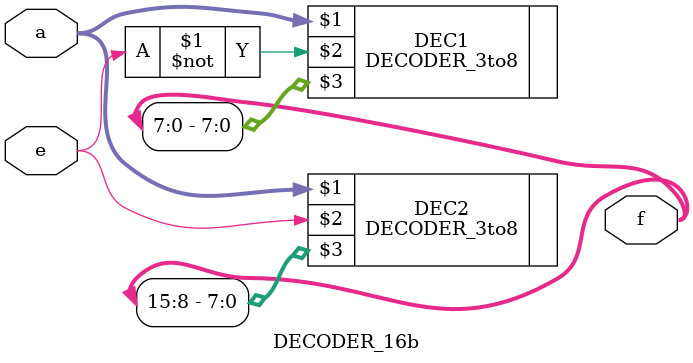
<source format=v>
`timescale 1ns / 1ps


module DECODER_16b(input [2:0] a, input e, output [15:0] f);
    DECODER_3to8 DEC1(a, ~e, f[7:0]);
    DECODER_3to8 DEC2(a,  e, f[15:8]);
endmodule

</source>
